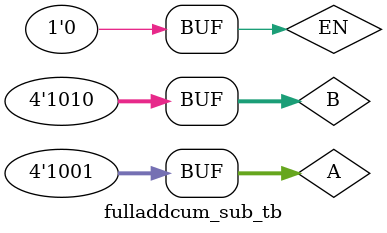
<source format=v>
module fulladdcum_sub (
                        input [3:0]a,b, input en,
                        output reg [3:0]s, 
                        output reg co
);

always @(*)
begin
    if(en)
      begin
        {co,s}=a+b;        
      end

      else
       begin
        {co,s}=a-b;
       end
end
    
endmodule

module fulladdcum_sub_tb;

wire [3:0] S;
wire CO;
reg [3:0] A,B;
reg EN;

fulladdcum_sub dut(
                        .a(A), .b(B),  .en(EN),
                        .s(S), .co(CO)
);

initial 
begin
     $monitor("%0t, A=%b, B=%b,  EN=%B, S=%b, C0=%b",$time,A,B,EN,S,CO);
    A=4'b0000;B=4'b0000;
    #100 A=4'b1001; B=4'b1010;   EN=1;
    #100 A=4'b1001; B=4'b1010;   EN=0;
    
end    
endmodule

</source>
